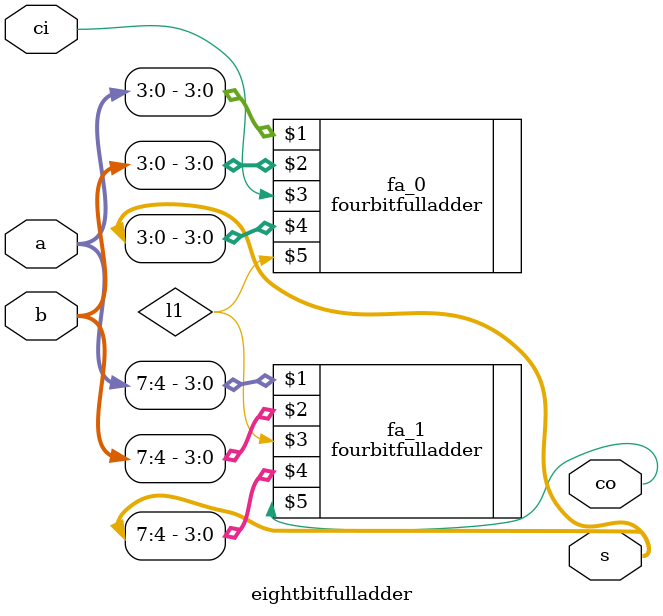
<source format=v>
`include "4_bit_full_adder.v"

module eightbitfulladder (a, b, ci, s, co);
input [7:0] a, b;
input ci;

output [7:0] s;
output co;

wire l1;

fourbitfulladder fa_0 (a[3:0], b[3:0], ci, s[3:0], l1);
fourbitfulladder fa_1 (a[7:4], b[7:4], l1, s[7:4], co);

endmodule
</source>
